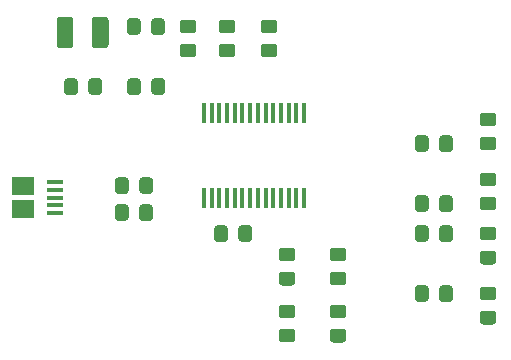
<source format=gbr>
%TF.GenerationSoftware,KiCad,Pcbnew,(5.1.6)-1*%
%TF.CreationDate,2020-05-21T20:48:38+03:00*%
%TF.ProjectId,Sharp G850-Interface,53686172-7020-4473-9835-302d496e7465,rev?*%
%TF.SameCoordinates,Original*%
%TF.FileFunction,Paste,Top*%
%TF.FilePolarity,Positive*%
%FSLAX46Y46*%
G04 Gerber Fmt 4.6, Leading zero omitted, Abs format (unit mm)*
G04 Created by KiCad (PCBNEW (5.1.6)-1) date 2020-05-21 20:48:38*
%MOMM*%
%LPD*%
G01*
G04 APERTURE LIST*
%ADD10R,0.450000X1.750000*%
%ADD11R,1.900000X1.500000*%
%ADD12R,1.350000X0.400000*%
G04 APERTURE END LIST*
D10*
%TO.C,U1*%
X191169000Y-105708000D03*
X190519000Y-105708000D03*
X189869000Y-105708000D03*
X189219000Y-105708000D03*
X188569000Y-105708000D03*
X187919000Y-105708000D03*
X187269000Y-105708000D03*
X186619000Y-105708000D03*
X185969000Y-105708000D03*
X185319000Y-105708000D03*
X184669000Y-105708000D03*
X184019000Y-105708000D03*
X183369000Y-105708000D03*
X182719000Y-105708000D03*
X182719000Y-98508000D03*
X183369000Y-98508000D03*
X184019000Y-98508000D03*
X184669000Y-98508000D03*
X185319000Y-98508000D03*
X185969000Y-98508000D03*
X186619000Y-98508000D03*
X187269000Y-98508000D03*
X187919000Y-98508000D03*
X188569000Y-98508000D03*
X189219000Y-98508000D03*
X189869000Y-98508000D03*
X190519000Y-98508000D03*
X191169000Y-98508000D03*
%TD*%
%TO.C,R13*%
G36*
G01*
X207206001Y-99617000D02*
X206305999Y-99617000D01*
G75*
G02*
X206056000Y-99367001I0J249999D01*
G01*
X206056000Y-98716999D01*
G75*
G02*
X206305999Y-98467000I249999J0D01*
G01*
X207206001Y-98467000D01*
G75*
G02*
X207456000Y-98716999I0J-249999D01*
G01*
X207456000Y-99367001D01*
G75*
G02*
X207206001Y-99617000I-249999J0D01*
G01*
G37*
G36*
G01*
X207206001Y-101667000D02*
X206305999Y-101667000D01*
G75*
G02*
X206056000Y-101417001I0J249999D01*
G01*
X206056000Y-100766999D01*
G75*
G02*
X206305999Y-100517000I249999J0D01*
G01*
X207206001Y-100517000D01*
G75*
G02*
X207456000Y-100766999I0J-249999D01*
G01*
X207456000Y-101417001D01*
G75*
G02*
X207206001Y-101667000I-249999J0D01*
G01*
G37*
%TD*%
%TO.C,R12*%
G36*
G01*
X201725000Y-100641999D02*
X201725000Y-101542001D01*
G75*
G02*
X201475001Y-101792000I-249999J0D01*
G01*
X200824999Y-101792000D01*
G75*
G02*
X200575000Y-101542001I0J249999D01*
G01*
X200575000Y-100641999D01*
G75*
G02*
X200824999Y-100392000I249999J0D01*
G01*
X201475001Y-100392000D01*
G75*
G02*
X201725000Y-100641999I0J-249999D01*
G01*
G37*
G36*
G01*
X203775000Y-100641999D02*
X203775000Y-101542001D01*
G75*
G02*
X203525001Y-101792000I-249999J0D01*
G01*
X202874999Y-101792000D01*
G75*
G02*
X202625000Y-101542001I0J249999D01*
G01*
X202625000Y-100641999D01*
G75*
G02*
X202874999Y-100392000I249999J0D01*
G01*
X203525001Y-100392000D01*
G75*
G02*
X203775000Y-100641999I0J-249999D01*
G01*
G37*
%TD*%
%TO.C,R11*%
G36*
G01*
X206305999Y-115267000D02*
X207206001Y-115267000D01*
G75*
G02*
X207456000Y-115516999I0J-249999D01*
G01*
X207456000Y-116167001D01*
G75*
G02*
X207206001Y-116417000I-249999J0D01*
G01*
X206305999Y-116417000D01*
G75*
G02*
X206056000Y-116167001I0J249999D01*
G01*
X206056000Y-115516999D01*
G75*
G02*
X206305999Y-115267000I249999J0D01*
G01*
G37*
G36*
G01*
X206305999Y-113217000D02*
X207206001Y-113217000D01*
G75*
G02*
X207456000Y-113466999I0J-249999D01*
G01*
X207456000Y-114117001D01*
G75*
G02*
X207206001Y-114367000I-249999J0D01*
G01*
X206305999Y-114367000D01*
G75*
G02*
X206056000Y-114117001I0J249999D01*
G01*
X206056000Y-113466999D01*
G75*
G02*
X206305999Y-113217000I249999J0D01*
G01*
G37*
%TD*%
%TO.C,R10*%
G36*
G01*
X201725000Y-113341999D02*
X201725000Y-114242001D01*
G75*
G02*
X201475001Y-114492000I-249999J0D01*
G01*
X200824999Y-114492000D01*
G75*
G02*
X200575000Y-114242001I0J249999D01*
G01*
X200575000Y-113341999D01*
G75*
G02*
X200824999Y-113092000I249999J0D01*
G01*
X201475001Y-113092000D01*
G75*
G02*
X201725000Y-113341999I0J-249999D01*
G01*
G37*
G36*
G01*
X203775000Y-113341999D02*
X203775000Y-114242001D01*
G75*
G02*
X203525001Y-114492000I-249999J0D01*
G01*
X202874999Y-114492000D01*
G75*
G02*
X202625000Y-114242001I0J249999D01*
G01*
X202625000Y-113341999D01*
G75*
G02*
X202874999Y-113092000I249999J0D01*
G01*
X203525001Y-113092000D01*
G75*
G02*
X203775000Y-113341999I0J-249999D01*
G01*
G37*
%TD*%
%TO.C,R9*%
G36*
G01*
X206305999Y-110187000D02*
X207206001Y-110187000D01*
G75*
G02*
X207456000Y-110436999I0J-249999D01*
G01*
X207456000Y-111087001D01*
G75*
G02*
X207206001Y-111337000I-249999J0D01*
G01*
X206305999Y-111337000D01*
G75*
G02*
X206056000Y-111087001I0J249999D01*
G01*
X206056000Y-110436999D01*
G75*
G02*
X206305999Y-110187000I249999J0D01*
G01*
G37*
G36*
G01*
X206305999Y-108137000D02*
X207206001Y-108137000D01*
G75*
G02*
X207456000Y-108386999I0J-249999D01*
G01*
X207456000Y-109037001D01*
G75*
G02*
X207206001Y-109287000I-249999J0D01*
G01*
X206305999Y-109287000D01*
G75*
G02*
X206056000Y-109037001I0J249999D01*
G01*
X206056000Y-108386999D01*
G75*
G02*
X206305999Y-108137000I249999J0D01*
G01*
G37*
%TD*%
%TO.C,R8*%
G36*
G01*
X201725000Y-108261999D02*
X201725000Y-109162001D01*
G75*
G02*
X201475001Y-109412000I-249999J0D01*
G01*
X200824999Y-109412000D01*
G75*
G02*
X200575000Y-109162001I0J249999D01*
G01*
X200575000Y-108261999D01*
G75*
G02*
X200824999Y-108012000I249999J0D01*
G01*
X201475001Y-108012000D01*
G75*
G02*
X201725000Y-108261999I0J-249999D01*
G01*
G37*
G36*
G01*
X203775000Y-108261999D02*
X203775000Y-109162001D01*
G75*
G02*
X203525001Y-109412000I-249999J0D01*
G01*
X202874999Y-109412000D01*
G75*
G02*
X202625000Y-109162001I0J249999D01*
G01*
X202625000Y-108261999D01*
G75*
G02*
X202874999Y-108012000I249999J0D01*
G01*
X203525001Y-108012000D01*
G75*
G02*
X203775000Y-108261999I0J-249999D01*
G01*
G37*
%TD*%
%TO.C,R7*%
G36*
G01*
X207206001Y-104697000D02*
X206305999Y-104697000D01*
G75*
G02*
X206056000Y-104447001I0J249999D01*
G01*
X206056000Y-103796999D01*
G75*
G02*
X206305999Y-103547000I249999J0D01*
G01*
X207206001Y-103547000D01*
G75*
G02*
X207456000Y-103796999I0J-249999D01*
G01*
X207456000Y-104447001D01*
G75*
G02*
X207206001Y-104697000I-249999J0D01*
G01*
G37*
G36*
G01*
X207206001Y-106747000D02*
X206305999Y-106747000D01*
G75*
G02*
X206056000Y-106497001I0J249999D01*
G01*
X206056000Y-105846999D01*
G75*
G02*
X206305999Y-105597000I249999J0D01*
G01*
X207206001Y-105597000D01*
G75*
G02*
X207456000Y-105846999I0J-249999D01*
G01*
X207456000Y-106497001D01*
G75*
G02*
X207206001Y-106747000I-249999J0D01*
G01*
G37*
%TD*%
%TO.C,R6*%
G36*
G01*
X201725000Y-105721999D02*
X201725000Y-106622001D01*
G75*
G02*
X201475001Y-106872000I-249999J0D01*
G01*
X200824999Y-106872000D01*
G75*
G02*
X200575000Y-106622001I0J249999D01*
G01*
X200575000Y-105721999D01*
G75*
G02*
X200824999Y-105472000I249999J0D01*
G01*
X201475001Y-105472000D01*
G75*
G02*
X201725000Y-105721999I0J-249999D01*
G01*
G37*
G36*
G01*
X203775000Y-105721999D02*
X203775000Y-106622001D01*
G75*
G02*
X203525001Y-106872000I-249999J0D01*
G01*
X202874999Y-106872000D01*
G75*
G02*
X202625000Y-106622001I0J249999D01*
G01*
X202625000Y-105721999D01*
G75*
G02*
X202874999Y-105472000I249999J0D01*
G01*
X203525001Y-105472000D01*
G75*
G02*
X203775000Y-105721999I0J-249999D01*
G01*
G37*
%TD*%
%TO.C,R5*%
G36*
G01*
X190188001Y-111065000D02*
X189287999Y-111065000D01*
G75*
G02*
X189038000Y-110815001I0J249999D01*
G01*
X189038000Y-110164999D01*
G75*
G02*
X189287999Y-109915000I249999J0D01*
G01*
X190188001Y-109915000D01*
G75*
G02*
X190438000Y-110164999I0J-249999D01*
G01*
X190438000Y-110815001D01*
G75*
G02*
X190188001Y-111065000I-249999J0D01*
G01*
G37*
G36*
G01*
X190188001Y-113115000D02*
X189287999Y-113115000D01*
G75*
G02*
X189038000Y-112865001I0J249999D01*
G01*
X189038000Y-112214999D01*
G75*
G02*
X189287999Y-111965000I249999J0D01*
G01*
X190188001Y-111965000D01*
G75*
G02*
X190438000Y-112214999I0J-249999D01*
G01*
X190438000Y-112865001D01*
G75*
G02*
X190188001Y-113115000I-249999J0D01*
G01*
G37*
%TD*%
%TO.C,R4*%
G36*
G01*
X194506001Y-111056000D02*
X193605999Y-111056000D01*
G75*
G02*
X193356000Y-110806001I0J249999D01*
G01*
X193356000Y-110155999D01*
G75*
G02*
X193605999Y-109906000I249999J0D01*
G01*
X194506001Y-109906000D01*
G75*
G02*
X194756000Y-110155999I0J-249999D01*
G01*
X194756000Y-110806001D01*
G75*
G02*
X194506001Y-111056000I-249999J0D01*
G01*
G37*
G36*
G01*
X194506001Y-113106000D02*
X193605999Y-113106000D01*
G75*
G02*
X193356000Y-112856001I0J249999D01*
G01*
X193356000Y-112205999D01*
G75*
G02*
X193605999Y-111956000I249999J0D01*
G01*
X194506001Y-111956000D01*
G75*
G02*
X194756000Y-112205999I0J-249999D01*
G01*
X194756000Y-112856001D01*
G75*
G02*
X194506001Y-113106000I-249999J0D01*
G01*
G37*
%TD*%
%TO.C,R3*%
G36*
G01*
X176334000Y-104197999D02*
X176334000Y-105098001D01*
G75*
G02*
X176084001Y-105348000I-249999J0D01*
G01*
X175433999Y-105348000D01*
G75*
G02*
X175184000Y-105098001I0J249999D01*
G01*
X175184000Y-104197999D01*
G75*
G02*
X175433999Y-103948000I249999J0D01*
G01*
X176084001Y-103948000D01*
G75*
G02*
X176334000Y-104197999I0J-249999D01*
G01*
G37*
G36*
G01*
X178384000Y-104197999D02*
X178384000Y-105098001D01*
G75*
G02*
X178134001Y-105348000I-249999J0D01*
G01*
X177483999Y-105348000D01*
G75*
G02*
X177234000Y-105098001I0J249999D01*
G01*
X177234000Y-104197999D01*
G75*
G02*
X177483999Y-103948000I249999J0D01*
G01*
X178134001Y-103948000D01*
G75*
G02*
X178384000Y-104197999I0J-249999D01*
G01*
G37*
%TD*%
%TO.C,R2*%
G36*
G01*
X176325000Y-106483999D02*
X176325000Y-107384001D01*
G75*
G02*
X176075001Y-107634000I-249999J0D01*
G01*
X175424999Y-107634000D01*
G75*
G02*
X175175000Y-107384001I0J249999D01*
G01*
X175175000Y-106483999D01*
G75*
G02*
X175424999Y-106234000I249999J0D01*
G01*
X176075001Y-106234000D01*
G75*
G02*
X176325000Y-106483999I0J-249999D01*
G01*
G37*
G36*
G01*
X178375000Y-106483999D02*
X178375000Y-107384001D01*
G75*
G02*
X178125001Y-107634000I-249999J0D01*
G01*
X177474999Y-107634000D01*
G75*
G02*
X177225000Y-107384001I0J249999D01*
G01*
X177225000Y-106483999D01*
G75*
G02*
X177474999Y-106234000I249999J0D01*
G01*
X178125001Y-106234000D01*
G75*
G02*
X178375000Y-106483999I0J-249999D01*
G01*
G37*
%TD*%
%TO.C,R1*%
G36*
G01*
X172025000Y-95815999D02*
X172025000Y-96716001D01*
G75*
G02*
X171775001Y-96966000I-249999J0D01*
G01*
X171124999Y-96966000D01*
G75*
G02*
X170875000Y-96716001I0J249999D01*
G01*
X170875000Y-95815999D01*
G75*
G02*
X171124999Y-95566000I249999J0D01*
G01*
X171775001Y-95566000D01*
G75*
G02*
X172025000Y-95815999I0J-249999D01*
G01*
G37*
G36*
G01*
X174075000Y-95815999D02*
X174075000Y-96716001D01*
G75*
G02*
X173825001Y-96966000I-249999J0D01*
G01*
X173174999Y-96966000D01*
G75*
G02*
X172925000Y-96716001I0J249999D01*
G01*
X172925000Y-95815999D01*
G75*
G02*
X173174999Y-95566000I249999J0D01*
G01*
X173825001Y-95566000D01*
G75*
G02*
X174075000Y-95815999I0J-249999D01*
G01*
G37*
%TD*%
D11*
%TO.C,J1*%
X167418500Y-104664000D03*
D12*
X170118500Y-105664000D03*
X170118500Y-106314000D03*
X170118500Y-106964000D03*
X170118500Y-104364000D03*
X170118500Y-105014000D03*
D11*
X167418500Y-106664000D03*
%TD*%
%TO.C,FB1*%
G36*
G01*
X177341000Y-90735999D02*
X177341000Y-91636001D01*
G75*
G02*
X177091001Y-91886000I-249999J0D01*
G01*
X176440999Y-91886000D01*
G75*
G02*
X176191000Y-91636001I0J249999D01*
G01*
X176191000Y-90735999D01*
G75*
G02*
X176440999Y-90486000I249999J0D01*
G01*
X177091001Y-90486000D01*
G75*
G02*
X177341000Y-90735999I0J-249999D01*
G01*
G37*
G36*
G01*
X179391000Y-90735999D02*
X179391000Y-91636001D01*
G75*
G02*
X179141001Y-91886000I-249999J0D01*
G01*
X178490999Y-91886000D01*
G75*
G02*
X178241000Y-91636001I0J249999D01*
G01*
X178241000Y-90735999D01*
G75*
G02*
X178490999Y-90486000I249999J0D01*
G01*
X179141001Y-90486000D01*
G75*
G02*
X179391000Y-90735999I0J-249999D01*
G01*
G37*
%TD*%
%TO.C,F1*%
G36*
G01*
X171654500Y-90619000D02*
X171654500Y-92769000D01*
G75*
G02*
X171404500Y-93019000I-250000J0D01*
G01*
X170479500Y-93019000D01*
G75*
G02*
X170229500Y-92769000I0J250000D01*
G01*
X170229500Y-90619000D01*
G75*
G02*
X170479500Y-90369000I250000J0D01*
G01*
X171404500Y-90369000D01*
G75*
G02*
X171654500Y-90619000I0J-250000D01*
G01*
G37*
G36*
G01*
X174629500Y-90619000D02*
X174629500Y-92769000D01*
G75*
G02*
X174379500Y-93019000I-250000J0D01*
G01*
X173454500Y-93019000D01*
G75*
G02*
X173204500Y-92769000I0J250000D01*
G01*
X173204500Y-90619000D01*
G75*
G02*
X173454500Y-90369000I250000J0D01*
G01*
X174379500Y-90369000D01*
G75*
G02*
X174629500Y-90619000I0J-250000D01*
G01*
G37*
%TD*%
%TO.C,D3*%
G36*
G01*
X189287999Y-116773000D02*
X190188001Y-116773000D01*
G75*
G02*
X190438000Y-117022999I0J-249999D01*
G01*
X190438000Y-117673001D01*
G75*
G02*
X190188001Y-117923000I-249999J0D01*
G01*
X189287999Y-117923000D01*
G75*
G02*
X189038000Y-117673001I0J249999D01*
G01*
X189038000Y-117022999D01*
G75*
G02*
X189287999Y-116773000I249999J0D01*
G01*
G37*
G36*
G01*
X189287999Y-114723000D02*
X190188001Y-114723000D01*
G75*
G02*
X190438000Y-114972999I0J-249999D01*
G01*
X190438000Y-115623001D01*
G75*
G02*
X190188001Y-115873000I-249999J0D01*
G01*
X189287999Y-115873000D01*
G75*
G02*
X189038000Y-115623001I0J249999D01*
G01*
X189038000Y-114972999D01*
G75*
G02*
X189287999Y-114723000I249999J0D01*
G01*
G37*
%TD*%
%TO.C,D2*%
G36*
G01*
X193605999Y-116791000D02*
X194506001Y-116791000D01*
G75*
G02*
X194756000Y-117040999I0J-249999D01*
G01*
X194756000Y-117691001D01*
G75*
G02*
X194506001Y-117941000I-249999J0D01*
G01*
X193605999Y-117941000D01*
G75*
G02*
X193356000Y-117691001I0J249999D01*
G01*
X193356000Y-117040999D01*
G75*
G02*
X193605999Y-116791000I249999J0D01*
G01*
G37*
G36*
G01*
X193605999Y-114741000D02*
X194506001Y-114741000D01*
G75*
G02*
X194756000Y-114990999I0J-249999D01*
G01*
X194756000Y-115641001D01*
G75*
G02*
X194506001Y-115891000I-249999J0D01*
G01*
X193605999Y-115891000D01*
G75*
G02*
X193356000Y-115641001I0J249999D01*
G01*
X193356000Y-114990999D01*
G75*
G02*
X193605999Y-114741000I249999J0D01*
G01*
G37*
%TD*%
%TO.C,D1*%
G36*
G01*
X178259000Y-96716001D02*
X178259000Y-95815999D01*
G75*
G02*
X178508999Y-95566000I249999J0D01*
G01*
X179159001Y-95566000D01*
G75*
G02*
X179409000Y-95815999I0J-249999D01*
G01*
X179409000Y-96716001D01*
G75*
G02*
X179159001Y-96966000I-249999J0D01*
G01*
X178508999Y-96966000D01*
G75*
G02*
X178259000Y-96716001I0J249999D01*
G01*
G37*
G36*
G01*
X176209000Y-96716001D02*
X176209000Y-95815999D01*
G75*
G02*
X176458999Y-95566000I249999J0D01*
G01*
X177109001Y-95566000D01*
G75*
G02*
X177359000Y-95815999I0J-249999D01*
G01*
X177359000Y-96716001D01*
G75*
G02*
X177109001Y-96966000I-249999J0D01*
G01*
X176458999Y-96966000D01*
G75*
G02*
X176209000Y-96716001I0J249999D01*
G01*
G37*
%TD*%
%TO.C,C4*%
G36*
G01*
X185625000Y-109162001D02*
X185625000Y-108261999D01*
G75*
G02*
X185874999Y-108012000I249999J0D01*
G01*
X186525001Y-108012000D01*
G75*
G02*
X186775000Y-108261999I0J-249999D01*
G01*
X186775000Y-109162001D01*
G75*
G02*
X186525001Y-109412000I-249999J0D01*
G01*
X185874999Y-109412000D01*
G75*
G02*
X185625000Y-109162001I0J249999D01*
G01*
G37*
G36*
G01*
X183575000Y-109162001D02*
X183575000Y-108261999D01*
G75*
G02*
X183824999Y-108012000I249999J0D01*
G01*
X184475001Y-108012000D01*
G75*
G02*
X184725000Y-108261999I0J-249999D01*
G01*
X184725000Y-109162001D01*
G75*
G02*
X184475001Y-109412000I-249999J0D01*
G01*
X183824999Y-109412000D01*
G75*
G02*
X183575000Y-109162001I0J249999D01*
G01*
G37*
%TD*%
%TO.C,C3*%
G36*
G01*
X187763999Y-92652000D02*
X188664001Y-92652000D01*
G75*
G02*
X188914000Y-92901999I0J-249999D01*
G01*
X188914000Y-93552001D01*
G75*
G02*
X188664001Y-93802000I-249999J0D01*
G01*
X187763999Y-93802000D01*
G75*
G02*
X187514000Y-93552001I0J249999D01*
G01*
X187514000Y-92901999D01*
G75*
G02*
X187763999Y-92652000I249999J0D01*
G01*
G37*
G36*
G01*
X187763999Y-90602000D02*
X188664001Y-90602000D01*
G75*
G02*
X188914000Y-90851999I0J-249999D01*
G01*
X188914000Y-91502001D01*
G75*
G02*
X188664001Y-91752000I-249999J0D01*
G01*
X187763999Y-91752000D01*
G75*
G02*
X187514000Y-91502001I0J249999D01*
G01*
X187514000Y-90851999D01*
G75*
G02*
X187763999Y-90602000I249999J0D01*
G01*
G37*
%TD*%
%TO.C,C2*%
G36*
G01*
X184207999Y-92652000D02*
X185108001Y-92652000D01*
G75*
G02*
X185358000Y-92901999I0J-249999D01*
G01*
X185358000Y-93552001D01*
G75*
G02*
X185108001Y-93802000I-249999J0D01*
G01*
X184207999Y-93802000D01*
G75*
G02*
X183958000Y-93552001I0J249999D01*
G01*
X183958000Y-92901999D01*
G75*
G02*
X184207999Y-92652000I249999J0D01*
G01*
G37*
G36*
G01*
X184207999Y-90602000D02*
X185108001Y-90602000D01*
G75*
G02*
X185358000Y-90851999I0J-249999D01*
G01*
X185358000Y-91502001D01*
G75*
G02*
X185108001Y-91752000I-249999J0D01*
G01*
X184207999Y-91752000D01*
G75*
G02*
X183958000Y-91502001I0J249999D01*
G01*
X183958000Y-90851999D01*
G75*
G02*
X184207999Y-90602000I249999J0D01*
G01*
G37*
%TD*%
%TO.C,C1*%
G36*
G01*
X180905999Y-92652000D02*
X181806001Y-92652000D01*
G75*
G02*
X182056000Y-92901999I0J-249999D01*
G01*
X182056000Y-93552001D01*
G75*
G02*
X181806001Y-93802000I-249999J0D01*
G01*
X180905999Y-93802000D01*
G75*
G02*
X180656000Y-93552001I0J249999D01*
G01*
X180656000Y-92901999D01*
G75*
G02*
X180905999Y-92652000I249999J0D01*
G01*
G37*
G36*
G01*
X180905999Y-90602000D02*
X181806001Y-90602000D01*
G75*
G02*
X182056000Y-90851999I0J-249999D01*
G01*
X182056000Y-91502001D01*
G75*
G02*
X181806001Y-91752000I-249999J0D01*
G01*
X180905999Y-91752000D01*
G75*
G02*
X180656000Y-91502001I0J249999D01*
G01*
X180656000Y-90851999D01*
G75*
G02*
X180905999Y-90602000I249999J0D01*
G01*
G37*
%TD*%
M02*

</source>
